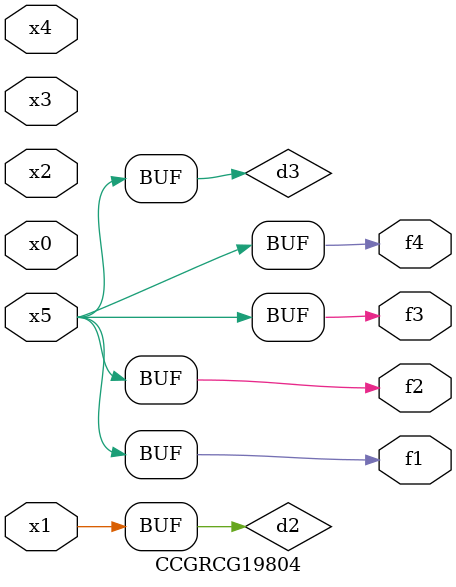
<source format=v>
module CCGRCG19804(
	input x0, x1, x2, x3, x4, x5,
	output f1, f2, f3, f4
);

	wire d1, d2, d3;

	not (d1, x5);
	or (d2, x1);
	xnor (d3, d1);
	assign f1 = d3;
	assign f2 = d3;
	assign f3 = d3;
	assign f4 = d3;
endmodule

</source>
